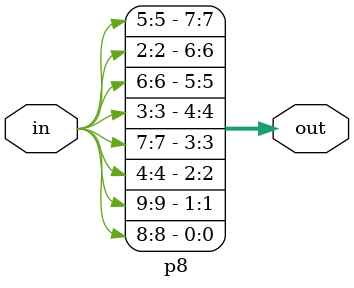
<source format=v>
module p8(
input wire [0:9] in,
output wire [7:0] out
);


//index is -1 because it starts at 0
assign out = {in[5],in[2],in[6],in[3],in[7],in[4],in[9],in[8]};

endmodule
</source>
